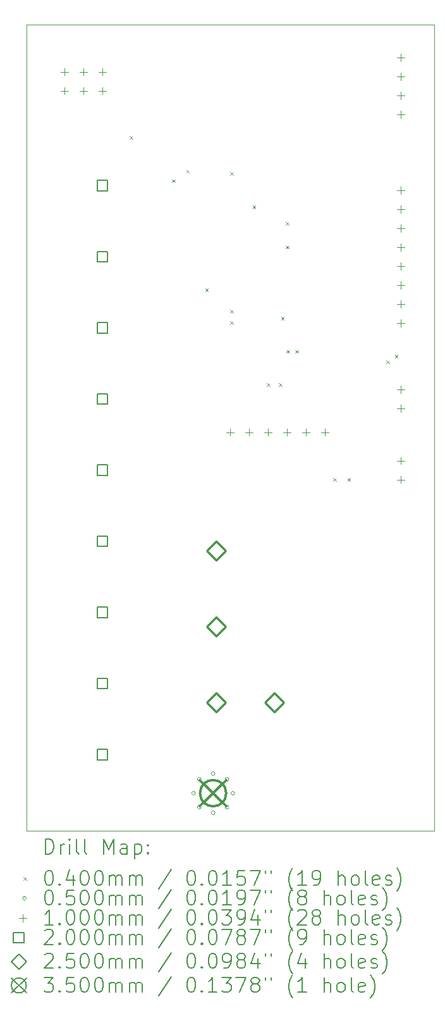
<source format=gbr>
%FSLAX45Y45*%
G04 Gerber Fmt 4.5, Leading zero omitted, Abs format (unit mm)*
G04 Created by KiCad (PCBNEW 6.0.1-79c1e3a40b~116~ubuntu21.04.1) date 2022-03-16 12:10:52*
%MOMM*%
%LPD*%
G01*
G04 APERTURE LIST*
%TA.AperFunction,Profile*%
%ADD10C,0.050000*%
%TD*%
%ADD11C,0.200000*%
%ADD12C,0.040000*%
%ADD13C,0.050000*%
%ADD14C,0.100000*%
%ADD15C,0.250000*%
%ADD16C,0.350000*%
G04 APERTURE END LIST*
D10*
X10922000Y-16256000D02*
X5461000Y-16256000D01*
X5461000Y-16256000D02*
X5461000Y-5461000D01*
X10922000Y-12573000D02*
X10922000Y-16256000D01*
X5461000Y-5461000D02*
X10922000Y-5461000D01*
X10922000Y-5461000D02*
X10922000Y-11049000D01*
X10922000Y-11049000D02*
X10922000Y-12573000D01*
D11*
D12*
X6841000Y-6958450D02*
X6881000Y-6998450D01*
X6881000Y-6958450D02*
X6841000Y-6998450D01*
X7409500Y-7536500D02*
X7449500Y-7576500D01*
X7449500Y-7536500D02*
X7409500Y-7576500D01*
X7600000Y-7409500D02*
X7640000Y-7449500D01*
X7640000Y-7409500D02*
X7600000Y-7449500D01*
X7854000Y-8997000D02*
X7894000Y-9037000D01*
X7894000Y-8997000D02*
X7854000Y-9037000D01*
X8191000Y-7436000D02*
X8231000Y-7476000D01*
X8231000Y-7436000D02*
X8191000Y-7476000D01*
X8191000Y-9286000D02*
X8231000Y-9326000D01*
X8231000Y-9286000D02*
X8191000Y-9326000D01*
X8191000Y-9436000D02*
X8231000Y-9476000D01*
X8231000Y-9436000D02*
X8191000Y-9476000D01*
X8491000Y-7886000D02*
X8531000Y-7926000D01*
X8531000Y-7886000D02*
X8491000Y-7926000D01*
X8679500Y-10267000D02*
X8719500Y-10307000D01*
X8719500Y-10267000D02*
X8679500Y-10307000D01*
X8844500Y-10267000D02*
X8884500Y-10307000D01*
X8884500Y-10267000D02*
X8844500Y-10307000D01*
X8870000Y-9378000D02*
X8910000Y-9418000D01*
X8910000Y-9378000D02*
X8870000Y-9418000D01*
X8933500Y-8108000D02*
X8973500Y-8148000D01*
X8973500Y-8108000D02*
X8933500Y-8148000D01*
X8933500Y-8425500D02*
X8973500Y-8465500D01*
X8973500Y-8425500D02*
X8933500Y-8465500D01*
X8942500Y-9822500D02*
X8982500Y-9862500D01*
X8982500Y-9822500D02*
X8942500Y-9862500D01*
X9060500Y-9822500D02*
X9100500Y-9862500D01*
X9100500Y-9822500D02*
X9060500Y-9862500D01*
X9568500Y-11537000D02*
X9608500Y-11577000D01*
X9608500Y-11537000D02*
X9568500Y-11577000D01*
X9759000Y-11537000D02*
X9799000Y-11577000D01*
X9799000Y-11537000D02*
X9759000Y-11577000D01*
X10278286Y-9960786D02*
X10318286Y-10000786D01*
X10318286Y-9960786D02*
X10278286Y-10000786D01*
X10394000Y-9886000D02*
X10434000Y-9926000D01*
X10434000Y-9886000D02*
X10394000Y-9926000D01*
D13*
X7723500Y-15756000D02*
G75*
G03*
X7723500Y-15756000I-25000J0D01*
G01*
X7800384Y-15570384D02*
G75*
G03*
X7800384Y-15570384I-25000J0D01*
G01*
X7800384Y-15941615D02*
G75*
G03*
X7800384Y-15941615I-25000J0D01*
G01*
X7986000Y-15493500D02*
G75*
G03*
X7986000Y-15493500I-25000J0D01*
G01*
X7986000Y-16018500D02*
G75*
G03*
X7986000Y-16018500I-25000J0D01*
G01*
X8171615Y-15570384D02*
G75*
G03*
X8171615Y-15570384I-25000J0D01*
G01*
X8171615Y-15941615D02*
G75*
G03*
X8171615Y-15941615I-25000J0D01*
G01*
X8248500Y-15756000D02*
G75*
G03*
X8248500Y-15756000I-25000J0D01*
G01*
D14*
X5969000Y-6046000D02*
X5969000Y-6146000D01*
X5919000Y-6096000D02*
X6019000Y-6096000D01*
X5969000Y-6300000D02*
X5969000Y-6400000D01*
X5919000Y-6350000D02*
X6019000Y-6350000D01*
X6223000Y-6046000D02*
X6223000Y-6146000D01*
X6173000Y-6096000D02*
X6273000Y-6096000D01*
X6223000Y-6300000D02*
X6223000Y-6400000D01*
X6173000Y-6350000D02*
X6273000Y-6350000D01*
X6477000Y-6046000D02*
X6477000Y-6146000D01*
X6427000Y-6096000D02*
X6527000Y-6096000D01*
X6477000Y-6300000D02*
X6477000Y-6400000D01*
X6427000Y-6350000D02*
X6527000Y-6350000D01*
X8191500Y-10872000D02*
X8191500Y-10972000D01*
X8141500Y-10922000D02*
X8241500Y-10922000D01*
X8445500Y-10872000D02*
X8445500Y-10972000D01*
X8395500Y-10922000D02*
X8495500Y-10922000D01*
X8699500Y-10872000D02*
X8699500Y-10972000D01*
X8649500Y-10922000D02*
X8749500Y-10922000D01*
X8953500Y-10872000D02*
X8953500Y-10972000D01*
X8903500Y-10922000D02*
X9003500Y-10922000D01*
X9207500Y-10872000D02*
X9207500Y-10972000D01*
X9157500Y-10922000D02*
X9257500Y-10922000D01*
X9461500Y-10872000D02*
X9461500Y-10972000D01*
X9411500Y-10922000D02*
X9511500Y-10922000D01*
X10477500Y-5855500D02*
X10477500Y-5955500D01*
X10427500Y-5905500D02*
X10527500Y-5905500D01*
X10477500Y-6109500D02*
X10477500Y-6209500D01*
X10427500Y-6159500D02*
X10527500Y-6159500D01*
X10477500Y-6363500D02*
X10477500Y-6463500D01*
X10427500Y-6413500D02*
X10527500Y-6413500D01*
X10477500Y-6617500D02*
X10477500Y-6717500D01*
X10427500Y-6667500D02*
X10527500Y-6667500D01*
X10477500Y-7633500D02*
X10477500Y-7733500D01*
X10427500Y-7683500D02*
X10527500Y-7683500D01*
X10477500Y-7887500D02*
X10477500Y-7987500D01*
X10427500Y-7937500D02*
X10527500Y-7937500D01*
X10477500Y-8141500D02*
X10477500Y-8241500D01*
X10427500Y-8191500D02*
X10527500Y-8191500D01*
X10477500Y-8395500D02*
X10477500Y-8495500D01*
X10427500Y-8445500D02*
X10527500Y-8445500D01*
X10477500Y-8649500D02*
X10477500Y-8749500D01*
X10427500Y-8699500D02*
X10527500Y-8699500D01*
X10477500Y-8903500D02*
X10477500Y-9003500D01*
X10427500Y-8953500D02*
X10527500Y-8953500D01*
X10477500Y-9157500D02*
X10477500Y-9257500D01*
X10427500Y-9207500D02*
X10527500Y-9207500D01*
X10477500Y-9411500D02*
X10477500Y-9511500D01*
X10427500Y-9461500D02*
X10527500Y-9461500D01*
X10477500Y-10300500D02*
X10477500Y-10400500D01*
X10427500Y-10350500D02*
X10527500Y-10350500D01*
X10477500Y-10554500D02*
X10477500Y-10654500D01*
X10427500Y-10604500D02*
X10527500Y-10604500D01*
X10477500Y-11253000D02*
X10477500Y-11353000D01*
X10427500Y-11303000D02*
X10527500Y-11303000D01*
X10477500Y-11507000D02*
X10477500Y-11607000D01*
X10427500Y-11557000D02*
X10527500Y-11557000D01*
D11*
X6547711Y-7690711D02*
X6547711Y-7549289D01*
X6406289Y-7549289D01*
X6406289Y-7690711D01*
X6547711Y-7690711D01*
X6547711Y-8643211D02*
X6547711Y-8501789D01*
X6406289Y-8501789D01*
X6406289Y-8643211D01*
X6547711Y-8643211D01*
X6547711Y-9595711D02*
X6547711Y-9454289D01*
X6406289Y-9454289D01*
X6406289Y-9595711D01*
X6547711Y-9595711D01*
X6547711Y-10548211D02*
X6547711Y-10406789D01*
X6406289Y-10406789D01*
X6406289Y-10548211D01*
X6547711Y-10548211D01*
X6547711Y-11500711D02*
X6547711Y-11359289D01*
X6406289Y-11359289D01*
X6406289Y-11500711D01*
X6547711Y-11500711D01*
X6547711Y-12453211D02*
X6547711Y-12311789D01*
X6406289Y-12311789D01*
X6406289Y-12453211D01*
X6547711Y-12453211D01*
X6547711Y-13405711D02*
X6547711Y-13264289D01*
X6406289Y-13264289D01*
X6406289Y-13405711D01*
X6547711Y-13405711D01*
X6547711Y-14358211D02*
X6547711Y-14216789D01*
X6406289Y-14216789D01*
X6406289Y-14358211D01*
X6547711Y-14358211D01*
X6547711Y-15310711D02*
X6547711Y-15169289D01*
X6406289Y-15169289D01*
X6406289Y-15310711D01*
X6547711Y-15310711D01*
D15*
X8001000Y-12634500D02*
X8126000Y-12509500D01*
X8001000Y-12384500D01*
X7876000Y-12509500D01*
X8001000Y-12634500D01*
X8001000Y-13650500D02*
X8126000Y-13525500D01*
X8001000Y-13400500D01*
X7876000Y-13525500D01*
X8001000Y-13650500D01*
X8001000Y-14666500D02*
X8126000Y-14541500D01*
X8001000Y-14416500D01*
X7876000Y-14541500D01*
X8001000Y-14666500D01*
X8781000Y-14666500D02*
X8906000Y-14541500D01*
X8781000Y-14416500D01*
X8656000Y-14541500D01*
X8781000Y-14666500D01*
D16*
X7786000Y-15581000D02*
X8136000Y-15931000D01*
X8136000Y-15581000D02*
X7786000Y-15931000D01*
X8136000Y-15756000D02*
G75*
G03*
X8136000Y-15756000I-175000J0D01*
G01*
D11*
X5716119Y-16568976D02*
X5716119Y-16368976D01*
X5763738Y-16368976D01*
X5792309Y-16378500D01*
X5811357Y-16397548D01*
X5820881Y-16416595D01*
X5830405Y-16454690D01*
X5830405Y-16483262D01*
X5820881Y-16521357D01*
X5811357Y-16540405D01*
X5792309Y-16559452D01*
X5763738Y-16568976D01*
X5716119Y-16568976D01*
X5916119Y-16568976D02*
X5916119Y-16435643D01*
X5916119Y-16473738D02*
X5925643Y-16454690D01*
X5935167Y-16445167D01*
X5954214Y-16435643D01*
X5973262Y-16435643D01*
X6039928Y-16568976D02*
X6039928Y-16435643D01*
X6039928Y-16368976D02*
X6030405Y-16378500D01*
X6039928Y-16388024D01*
X6049452Y-16378500D01*
X6039928Y-16368976D01*
X6039928Y-16388024D01*
X6163738Y-16568976D02*
X6144690Y-16559452D01*
X6135167Y-16540405D01*
X6135167Y-16368976D01*
X6268500Y-16568976D02*
X6249452Y-16559452D01*
X6239928Y-16540405D01*
X6239928Y-16368976D01*
X6497071Y-16568976D02*
X6497071Y-16368976D01*
X6563738Y-16511833D01*
X6630405Y-16368976D01*
X6630405Y-16568976D01*
X6811357Y-16568976D02*
X6811357Y-16464214D01*
X6801833Y-16445167D01*
X6782786Y-16435643D01*
X6744690Y-16435643D01*
X6725643Y-16445167D01*
X6811357Y-16559452D02*
X6792309Y-16568976D01*
X6744690Y-16568976D01*
X6725643Y-16559452D01*
X6716119Y-16540405D01*
X6716119Y-16521357D01*
X6725643Y-16502309D01*
X6744690Y-16492786D01*
X6792309Y-16492786D01*
X6811357Y-16483262D01*
X6906595Y-16435643D02*
X6906595Y-16635643D01*
X6906595Y-16445167D02*
X6925643Y-16435643D01*
X6963738Y-16435643D01*
X6982786Y-16445167D01*
X6992309Y-16454690D01*
X7001833Y-16473738D01*
X7001833Y-16530881D01*
X6992309Y-16549928D01*
X6982786Y-16559452D01*
X6963738Y-16568976D01*
X6925643Y-16568976D01*
X6906595Y-16559452D01*
X7087548Y-16549928D02*
X7097071Y-16559452D01*
X7087548Y-16568976D01*
X7078024Y-16559452D01*
X7087548Y-16549928D01*
X7087548Y-16568976D01*
X7087548Y-16445167D02*
X7097071Y-16454690D01*
X7087548Y-16464214D01*
X7078024Y-16454690D01*
X7087548Y-16445167D01*
X7087548Y-16464214D01*
D12*
X5418500Y-16878500D02*
X5458500Y-16918500D01*
X5458500Y-16878500D02*
X5418500Y-16918500D01*
D11*
X5754214Y-16788976D02*
X5773262Y-16788976D01*
X5792309Y-16798500D01*
X5801833Y-16808024D01*
X5811357Y-16827071D01*
X5820881Y-16865167D01*
X5820881Y-16912786D01*
X5811357Y-16950881D01*
X5801833Y-16969929D01*
X5792309Y-16979452D01*
X5773262Y-16988976D01*
X5754214Y-16988976D01*
X5735167Y-16979452D01*
X5725643Y-16969929D01*
X5716119Y-16950881D01*
X5706595Y-16912786D01*
X5706595Y-16865167D01*
X5716119Y-16827071D01*
X5725643Y-16808024D01*
X5735167Y-16798500D01*
X5754214Y-16788976D01*
X5906595Y-16969929D02*
X5916119Y-16979452D01*
X5906595Y-16988976D01*
X5897071Y-16979452D01*
X5906595Y-16969929D01*
X5906595Y-16988976D01*
X6087548Y-16855643D02*
X6087548Y-16988976D01*
X6039928Y-16779452D02*
X5992309Y-16922310D01*
X6116119Y-16922310D01*
X6230405Y-16788976D02*
X6249452Y-16788976D01*
X6268500Y-16798500D01*
X6278024Y-16808024D01*
X6287548Y-16827071D01*
X6297071Y-16865167D01*
X6297071Y-16912786D01*
X6287548Y-16950881D01*
X6278024Y-16969929D01*
X6268500Y-16979452D01*
X6249452Y-16988976D01*
X6230405Y-16988976D01*
X6211357Y-16979452D01*
X6201833Y-16969929D01*
X6192309Y-16950881D01*
X6182786Y-16912786D01*
X6182786Y-16865167D01*
X6192309Y-16827071D01*
X6201833Y-16808024D01*
X6211357Y-16798500D01*
X6230405Y-16788976D01*
X6420881Y-16788976D02*
X6439928Y-16788976D01*
X6458976Y-16798500D01*
X6468500Y-16808024D01*
X6478024Y-16827071D01*
X6487548Y-16865167D01*
X6487548Y-16912786D01*
X6478024Y-16950881D01*
X6468500Y-16969929D01*
X6458976Y-16979452D01*
X6439928Y-16988976D01*
X6420881Y-16988976D01*
X6401833Y-16979452D01*
X6392309Y-16969929D01*
X6382786Y-16950881D01*
X6373262Y-16912786D01*
X6373262Y-16865167D01*
X6382786Y-16827071D01*
X6392309Y-16808024D01*
X6401833Y-16798500D01*
X6420881Y-16788976D01*
X6573262Y-16988976D02*
X6573262Y-16855643D01*
X6573262Y-16874690D02*
X6582786Y-16865167D01*
X6601833Y-16855643D01*
X6630405Y-16855643D01*
X6649452Y-16865167D01*
X6658976Y-16884214D01*
X6658976Y-16988976D01*
X6658976Y-16884214D02*
X6668500Y-16865167D01*
X6687548Y-16855643D01*
X6716119Y-16855643D01*
X6735167Y-16865167D01*
X6744690Y-16884214D01*
X6744690Y-16988976D01*
X6839928Y-16988976D02*
X6839928Y-16855643D01*
X6839928Y-16874690D02*
X6849452Y-16865167D01*
X6868500Y-16855643D01*
X6897071Y-16855643D01*
X6916119Y-16865167D01*
X6925643Y-16884214D01*
X6925643Y-16988976D01*
X6925643Y-16884214D02*
X6935167Y-16865167D01*
X6954214Y-16855643D01*
X6982786Y-16855643D01*
X7001833Y-16865167D01*
X7011357Y-16884214D01*
X7011357Y-16988976D01*
X7401833Y-16779452D02*
X7230405Y-17036595D01*
X7658976Y-16788976D02*
X7678024Y-16788976D01*
X7697071Y-16798500D01*
X7706595Y-16808024D01*
X7716119Y-16827071D01*
X7725643Y-16865167D01*
X7725643Y-16912786D01*
X7716119Y-16950881D01*
X7706595Y-16969929D01*
X7697071Y-16979452D01*
X7678024Y-16988976D01*
X7658976Y-16988976D01*
X7639928Y-16979452D01*
X7630405Y-16969929D01*
X7620881Y-16950881D01*
X7611357Y-16912786D01*
X7611357Y-16865167D01*
X7620881Y-16827071D01*
X7630405Y-16808024D01*
X7639928Y-16798500D01*
X7658976Y-16788976D01*
X7811357Y-16969929D02*
X7820881Y-16979452D01*
X7811357Y-16988976D01*
X7801833Y-16979452D01*
X7811357Y-16969929D01*
X7811357Y-16988976D01*
X7944690Y-16788976D02*
X7963738Y-16788976D01*
X7982786Y-16798500D01*
X7992309Y-16808024D01*
X8001833Y-16827071D01*
X8011357Y-16865167D01*
X8011357Y-16912786D01*
X8001833Y-16950881D01*
X7992309Y-16969929D01*
X7982786Y-16979452D01*
X7963738Y-16988976D01*
X7944690Y-16988976D01*
X7925643Y-16979452D01*
X7916119Y-16969929D01*
X7906595Y-16950881D01*
X7897071Y-16912786D01*
X7897071Y-16865167D01*
X7906595Y-16827071D01*
X7916119Y-16808024D01*
X7925643Y-16798500D01*
X7944690Y-16788976D01*
X8201833Y-16988976D02*
X8087548Y-16988976D01*
X8144690Y-16988976D02*
X8144690Y-16788976D01*
X8125643Y-16817548D01*
X8106595Y-16836595D01*
X8087548Y-16846119D01*
X8382786Y-16788976D02*
X8287548Y-16788976D01*
X8278024Y-16884214D01*
X8287548Y-16874690D01*
X8306595Y-16865167D01*
X8354214Y-16865167D01*
X8373262Y-16874690D01*
X8382786Y-16884214D01*
X8392310Y-16903262D01*
X8392310Y-16950881D01*
X8382786Y-16969929D01*
X8373262Y-16979452D01*
X8354214Y-16988976D01*
X8306595Y-16988976D01*
X8287548Y-16979452D01*
X8278024Y-16969929D01*
X8458976Y-16788976D02*
X8592310Y-16788976D01*
X8506595Y-16988976D01*
X8658976Y-16788976D02*
X8658976Y-16827071D01*
X8735167Y-16788976D02*
X8735167Y-16827071D01*
X9030405Y-17065167D02*
X9020881Y-17055643D01*
X9001833Y-17027071D01*
X8992310Y-17008024D01*
X8982786Y-16979452D01*
X8973262Y-16931833D01*
X8973262Y-16893738D01*
X8982786Y-16846119D01*
X8992310Y-16817548D01*
X9001833Y-16798500D01*
X9020881Y-16769928D01*
X9030405Y-16760405D01*
X9211357Y-16988976D02*
X9097071Y-16988976D01*
X9154214Y-16988976D02*
X9154214Y-16788976D01*
X9135167Y-16817548D01*
X9116119Y-16836595D01*
X9097071Y-16846119D01*
X9306595Y-16988976D02*
X9344690Y-16988976D01*
X9363738Y-16979452D01*
X9373262Y-16969929D01*
X9392310Y-16941357D01*
X9401833Y-16903262D01*
X9401833Y-16827071D01*
X9392310Y-16808024D01*
X9382786Y-16798500D01*
X9363738Y-16788976D01*
X9325643Y-16788976D01*
X9306595Y-16798500D01*
X9297071Y-16808024D01*
X9287548Y-16827071D01*
X9287548Y-16874690D01*
X9297071Y-16893738D01*
X9306595Y-16903262D01*
X9325643Y-16912786D01*
X9363738Y-16912786D01*
X9382786Y-16903262D01*
X9392310Y-16893738D01*
X9401833Y-16874690D01*
X9639929Y-16988976D02*
X9639929Y-16788976D01*
X9725643Y-16988976D02*
X9725643Y-16884214D01*
X9716119Y-16865167D01*
X9697071Y-16855643D01*
X9668500Y-16855643D01*
X9649452Y-16865167D01*
X9639929Y-16874690D01*
X9849452Y-16988976D02*
X9830405Y-16979452D01*
X9820881Y-16969929D01*
X9811357Y-16950881D01*
X9811357Y-16893738D01*
X9820881Y-16874690D01*
X9830405Y-16865167D01*
X9849452Y-16855643D01*
X9878024Y-16855643D01*
X9897071Y-16865167D01*
X9906595Y-16874690D01*
X9916119Y-16893738D01*
X9916119Y-16950881D01*
X9906595Y-16969929D01*
X9897071Y-16979452D01*
X9878024Y-16988976D01*
X9849452Y-16988976D01*
X10030405Y-16988976D02*
X10011357Y-16979452D01*
X10001833Y-16960405D01*
X10001833Y-16788976D01*
X10182786Y-16979452D02*
X10163738Y-16988976D01*
X10125643Y-16988976D01*
X10106595Y-16979452D01*
X10097071Y-16960405D01*
X10097071Y-16884214D01*
X10106595Y-16865167D01*
X10125643Y-16855643D01*
X10163738Y-16855643D01*
X10182786Y-16865167D01*
X10192310Y-16884214D01*
X10192310Y-16903262D01*
X10097071Y-16922310D01*
X10268500Y-16979452D02*
X10287548Y-16988976D01*
X10325643Y-16988976D01*
X10344690Y-16979452D01*
X10354214Y-16960405D01*
X10354214Y-16950881D01*
X10344690Y-16931833D01*
X10325643Y-16922310D01*
X10297071Y-16922310D01*
X10278024Y-16912786D01*
X10268500Y-16893738D01*
X10268500Y-16884214D01*
X10278024Y-16865167D01*
X10297071Y-16855643D01*
X10325643Y-16855643D01*
X10344690Y-16865167D01*
X10420881Y-17065167D02*
X10430405Y-17055643D01*
X10449452Y-17027071D01*
X10458976Y-17008024D01*
X10468500Y-16979452D01*
X10478024Y-16931833D01*
X10478024Y-16893738D01*
X10468500Y-16846119D01*
X10458976Y-16817548D01*
X10449452Y-16798500D01*
X10430405Y-16769928D01*
X10420881Y-16760405D01*
D13*
X5458500Y-17162500D02*
G75*
G03*
X5458500Y-17162500I-25000J0D01*
G01*
D11*
X5754214Y-17052976D02*
X5773262Y-17052976D01*
X5792309Y-17062500D01*
X5801833Y-17072024D01*
X5811357Y-17091071D01*
X5820881Y-17129167D01*
X5820881Y-17176786D01*
X5811357Y-17214881D01*
X5801833Y-17233929D01*
X5792309Y-17243452D01*
X5773262Y-17252976D01*
X5754214Y-17252976D01*
X5735167Y-17243452D01*
X5725643Y-17233929D01*
X5716119Y-17214881D01*
X5706595Y-17176786D01*
X5706595Y-17129167D01*
X5716119Y-17091071D01*
X5725643Y-17072024D01*
X5735167Y-17062500D01*
X5754214Y-17052976D01*
X5906595Y-17233929D02*
X5916119Y-17243452D01*
X5906595Y-17252976D01*
X5897071Y-17243452D01*
X5906595Y-17233929D01*
X5906595Y-17252976D01*
X6097071Y-17052976D02*
X6001833Y-17052976D01*
X5992309Y-17148214D01*
X6001833Y-17138690D01*
X6020881Y-17129167D01*
X6068500Y-17129167D01*
X6087548Y-17138690D01*
X6097071Y-17148214D01*
X6106595Y-17167262D01*
X6106595Y-17214881D01*
X6097071Y-17233929D01*
X6087548Y-17243452D01*
X6068500Y-17252976D01*
X6020881Y-17252976D01*
X6001833Y-17243452D01*
X5992309Y-17233929D01*
X6230405Y-17052976D02*
X6249452Y-17052976D01*
X6268500Y-17062500D01*
X6278024Y-17072024D01*
X6287548Y-17091071D01*
X6297071Y-17129167D01*
X6297071Y-17176786D01*
X6287548Y-17214881D01*
X6278024Y-17233929D01*
X6268500Y-17243452D01*
X6249452Y-17252976D01*
X6230405Y-17252976D01*
X6211357Y-17243452D01*
X6201833Y-17233929D01*
X6192309Y-17214881D01*
X6182786Y-17176786D01*
X6182786Y-17129167D01*
X6192309Y-17091071D01*
X6201833Y-17072024D01*
X6211357Y-17062500D01*
X6230405Y-17052976D01*
X6420881Y-17052976D02*
X6439928Y-17052976D01*
X6458976Y-17062500D01*
X6468500Y-17072024D01*
X6478024Y-17091071D01*
X6487548Y-17129167D01*
X6487548Y-17176786D01*
X6478024Y-17214881D01*
X6468500Y-17233929D01*
X6458976Y-17243452D01*
X6439928Y-17252976D01*
X6420881Y-17252976D01*
X6401833Y-17243452D01*
X6392309Y-17233929D01*
X6382786Y-17214881D01*
X6373262Y-17176786D01*
X6373262Y-17129167D01*
X6382786Y-17091071D01*
X6392309Y-17072024D01*
X6401833Y-17062500D01*
X6420881Y-17052976D01*
X6573262Y-17252976D02*
X6573262Y-17119643D01*
X6573262Y-17138690D02*
X6582786Y-17129167D01*
X6601833Y-17119643D01*
X6630405Y-17119643D01*
X6649452Y-17129167D01*
X6658976Y-17148214D01*
X6658976Y-17252976D01*
X6658976Y-17148214D02*
X6668500Y-17129167D01*
X6687548Y-17119643D01*
X6716119Y-17119643D01*
X6735167Y-17129167D01*
X6744690Y-17148214D01*
X6744690Y-17252976D01*
X6839928Y-17252976D02*
X6839928Y-17119643D01*
X6839928Y-17138690D02*
X6849452Y-17129167D01*
X6868500Y-17119643D01*
X6897071Y-17119643D01*
X6916119Y-17129167D01*
X6925643Y-17148214D01*
X6925643Y-17252976D01*
X6925643Y-17148214D02*
X6935167Y-17129167D01*
X6954214Y-17119643D01*
X6982786Y-17119643D01*
X7001833Y-17129167D01*
X7011357Y-17148214D01*
X7011357Y-17252976D01*
X7401833Y-17043452D02*
X7230405Y-17300595D01*
X7658976Y-17052976D02*
X7678024Y-17052976D01*
X7697071Y-17062500D01*
X7706595Y-17072024D01*
X7716119Y-17091071D01*
X7725643Y-17129167D01*
X7725643Y-17176786D01*
X7716119Y-17214881D01*
X7706595Y-17233929D01*
X7697071Y-17243452D01*
X7678024Y-17252976D01*
X7658976Y-17252976D01*
X7639928Y-17243452D01*
X7630405Y-17233929D01*
X7620881Y-17214881D01*
X7611357Y-17176786D01*
X7611357Y-17129167D01*
X7620881Y-17091071D01*
X7630405Y-17072024D01*
X7639928Y-17062500D01*
X7658976Y-17052976D01*
X7811357Y-17233929D02*
X7820881Y-17243452D01*
X7811357Y-17252976D01*
X7801833Y-17243452D01*
X7811357Y-17233929D01*
X7811357Y-17252976D01*
X7944690Y-17052976D02*
X7963738Y-17052976D01*
X7982786Y-17062500D01*
X7992309Y-17072024D01*
X8001833Y-17091071D01*
X8011357Y-17129167D01*
X8011357Y-17176786D01*
X8001833Y-17214881D01*
X7992309Y-17233929D01*
X7982786Y-17243452D01*
X7963738Y-17252976D01*
X7944690Y-17252976D01*
X7925643Y-17243452D01*
X7916119Y-17233929D01*
X7906595Y-17214881D01*
X7897071Y-17176786D01*
X7897071Y-17129167D01*
X7906595Y-17091071D01*
X7916119Y-17072024D01*
X7925643Y-17062500D01*
X7944690Y-17052976D01*
X8201833Y-17252976D02*
X8087548Y-17252976D01*
X8144690Y-17252976D02*
X8144690Y-17052976D01*
X8125643Y-17081548D01*
X8106595Y-17100595D01*
X8087548Y-17110119D01*
X8297071Y-17252976D02*
X8335167Y-17252976D01*
X8354214Y-17243452D01*
X8363738Y-17233929D01*
X8382786Y-17205357D01*
X8392310Y-17167262D01*
X8392310Y-17091071D01*
X8382786Y-17072024D01*
X8373262Y-17062500D01*
X8354214Y-17052976D01*
X8316119Y-17052976D01*
X8297071Y-17062500D01*
X8287548Y-17072024D01*
X8278024Y-17091071D01*
X8278024Y-17138690D01*
X8287548Y-17157738D01*
X8297071Y-17167262D01*
X8316119Y-17176786D01*
X8354214Y-17176786D01*
X8373262Y-17167262D01*
X8382786Y-17157738D01*
X8392310Y-17138690D01*
X8458976Y-17052976D02*
X8592310Y-17052976D01*
X8506595Y-17252976D01*
X8658976Y-17052976D02*
X8658976Y-17091071D01*
X8735167Y-17052976D02*
X8735167Y-17091071D01*
X9030405Y-17329167D02*
X9020881Y-17319643D01*
X9001833Y-17291071D01*
X8992310Y-17272024D01*
X8982786Y-17243452D01*
X8973262Y-17195833D01*
X8973262Y-17157738D01*
X8982786Y-17110119D01*
X8992310Y-17081548D01*
X9001833Y-17062500D01*
X9020881Y-17033929D01*
X9030405Y-17024405D01*
X9135167Y-17138690D02*
X9116119Y-17129167D01*
X9106595Y-17119643D01*
X9097071Y-17100595D01*
X9097071Y-17091071D01*
X9106595Y-17072024D01*
X9116119Y-17062500D01*
X9135167Y-17052976D01*
X9173262Y-17052976D01*
X9192310Y-17062500D01*
X9201833Y-17072024D01*
X9211357Y-17091071D01*
X9211357Y-17100595D01*
X9201833Y-17119643D01*
X9192310Y-17129167D01*
X9173262Y-17138690D01*
X9135167Y-17138690D01*
X9116119Y-17148214D01*
X9106595Y-17157738D01*
X9097071Y-17176786D01*
X9097071Y-17214881D01*
X9106595Y-17233929D01*
X9116119Y-17243452D01*
X9135167Y-17252976D01*
X9173262Y-17252976D01*
X9192310Y-17243452D01*
X9201833Y-17233929D01*
X9211357Y-17214881D01*
X9211357Y-17176786D01*
X9201833Y-17157738D01*
X9192310Y-17148214D01*
X9173262Y-17138690D01*
X9449452Y-17252976D02*
X9449452Y-17052976D01*
X9535167Y-17252976D02*
X9535167Y-17148214D01*
X9525643Y-17129167D01*
X9506595Y-17119643D01*
X9478024Y-17119643D01*
X9458976Y-17129167D01*
X9449452Y-17138690D01*
X9658976Y-17252976D02*
X9639929Y-17243452D01*
X9630405Y-17233929D01*
X9620881Y-17214881D01*
X9620881Y-17157738D01*
X9630405Y-17138690D01*
X9639929Y-17129167D01*
X9658976Y-17119643D01*
X9687548Y-17119643D01*
X9706595Y-17129167D01*
X9716119Y-17138690D01*
X9725643Y-17157738D01*
X9725643Y-17214881D01*
X9716119Y-17233929D01*
X9706595Y-17243452D01*
X9687548Y-17252976D01*
X9658976Y-17252976D01*
X9839929Y-17252976D02*
X9820881Y-17243452D01*
X9811357Y-17224405D01*
X9811357Y-17052976D01*
X9992310Y-17243452D02*
X9973262Y-17252976D01*
X9935167Y-17252976D01*
X9916119Y-17243452D01*
X9906595Y-17224405D01*
X9906595Y-17148214D01*
X9916119Y-17129167D01*
X9935167Y-17119643D01*
X9973262Y-17119643D01*
X9992310Y-17129167D01*
X10001833Y-17148214D01*
X10001833Y-17167262D01*
X9906595Y-17186310D01*
X10078024Y-17243452D02*
X10097071Y-17252976D01*
X10135167Y-17252976D01*
X10154214Y-17243452D01*
X10163738Y-17224405D01*
X10163738Y-17214881D01*
X10154214Y-17195833D01*
X10135167Y-17186310D01*
X10106595Y-17186310D01*
X10087548Y-17176786D01*
X10078024Y-17157738D01*
X10078024Y-17148214D01*
X10087548Y-17129167D01*
X10106595Y-17119643D01*
X10135167Y-17119643D01*
X10154214Y-17129167D01*
X10230405Y-17329167D02*
X10239929Y-17319643D01*
X10258976Y-17291071D01*
X10268500Y-17272024D01*
X10278024Y-17243452D01*
X10287548Y-17195833D01*
X10287548Y-17157738D01*
X10278024Y-17110119D01*
X10268500Y-17081548D01*
X10258976Y-17062500D01*
X10239929Y-17033929D01*
X10230405Y-17024405D01*
D14*
X5408500Y-17376500D02*
X5408500Y-17476500D01*
X5358500Y-17426500D02*
X5458500Y-17426500D01*
D11*
X5820881Y-17516976D02*
X5706595Y-17516976D01*
X5763738Y-17516976D02*
X5763738Y-17316976D01*
X5744690Y-17345548D01*
X5725643Y-17364595D01*
X5706595Y-17374119D01*
X5906595Y-17497929D02*
X5916119Y-17507452D01*
X5906595Y-17516976D01*
X5897071Y-17507452D01*
X5906595Y-17497929D01*
X5906595Y-17516976D01*
X6039928Y-17316976D02*
X6058976Y-17316976D01*
X6078024Y-17326500D01*
X6087548Y-17336024D01*
X6097071Y-17355071D01*
X6106595Y-17393167D01*
X6106595Y-17440786D01*
X6097071Y-17478881D01*
X6087548Y-17497929D01*
X6078024Y-17507452D01*
X6058976Y-17516976D01*
X6039928Y-17516976D01*
X6020881Y-17507452D01*
X6011357Y-17497929D01*
X6001833Y-17478881D01*
X5992309Y-17440786D01*
X5992309Y-17393167D01*
X6001833Y-17355071D01*
X6011357Y-17336024D01*
X6020881Y-17326500D01*
X6039928Y-17316976D01*
X6230405Y-17316976D02*
X6249452Y-17316976D01*
X6268500Y-17326500D01*
X6278024Y-17336024D01*
X6287548Y-17355071D01*
X6297071Y-17393167D01*
X6297071Y-17440786D01*
X6287548Y-17478881D01*
X6278024Y-17497929D01*
X6268500Y-17507452D01*
X6249452Y-17516976D01*
X6230405Y-17516976D01*
X6211357Y-17507452D01*
X6201833Y-17497929D01*
X6192309Y-17478881D01*
X6182786Y-17440786D01*
X6182786Y-17393167D01*
X6192309Y-17355071D01*
X6201833Y-17336024D01*
X6211357Y-17326500D01*
X6230405Y-17316976D01*
X6420881Y-17316976D02*
X6439928Y-17316976D01*
X6458976Y-17326500D01*
X6468500Y-17336024D01*
X6478024Y-17355071D01*
X6487548Y-17393167D01*
X6487548Y-17440786D01*
X6478024Y-17478881D01*
X6468500Y-17497929D01*
X6458976Y-17507452D01*
X6439928Y-17516976D01*
X6420881Y-17516976D01*
X6401833Y-17507452D01*
X6392309Y-17497929D01*
X6382786Y-17478881D01*
X6373262Y-17440786D01*
X6373262Y-17393167D01*
X6382786Y-17355071D01*
X6392309Y-17336024D01*
X6401833Y-17326500D01*
X6420881Y-17316976D01*
X6573262Y-17516976D02*
X6573262Y-17383643D01*
X6573262Y-17402690D02*
X6582786Y-17393167D01*
X6601833Y-17383643D01*
X6630405Y-17383643D01*
X6649452Y-17393167D01*
X6658976Y-17412214D01*
X6658976Y-17516976D01*
X6658976Y-17412214D02*
X6668500Y-17393167D01*
X6687548Y-17383643D01*
X6716119Y-17383643D01*
X6735167Y-17393167D01*
X6744690Y-17412214D01*
X6744690Y-17516976D01*
X6839928Y-17516976D02*
X6839928Y-17383643D01*
X6839928Y-17402690D02*
X6849452Y-17393167D01*
X6868500Y-17383643D01*
X6897071Y-17383643D01*
X6916119Y-17393167D01*
X6925643Y-17412214D01*
X6925643Y-17516976D01*
X6925643Y-17412214D02*
X6935167Y-17393167D01*
X6954214Y-17383643D01*
X6982786Y-17383643D01*
X7001833Y-17393167D01*
X7011357Y-17412214D01*
X7011357Y-17516976D01*
X7401833Y-17307452D02*
X7230405Y-17564595D01*
X7658976Y-17316976D02*
X7678024Y-17316976D01*
X7697071Y-17326500D01*
X7706595Y-17336024D01*
X7716119Y-17355071D01*
X7725643Y-17393167D01*
X7725643Y-17440786D01*
X7716119Y-17478881D01*
X7706595Y-17497929D01*
X7697071Y-17507452D01*
X7678024Y-17516976D01*
X7658976Y-17516976D01*
X7639928Y-17507452D01*
X7630405Y-17497929D01*
X7620881Y-17478881D01*
X7611357Y-17440786D01*
X7611357Y-17393167D01*
X7620881Y-17355071D01*
X7630405Y-17336024D01*
X7639928Y-17326500D01*
X7658976Y-17316976D01*
X7811357Y-17497929D02*
X7820881Y-17507452D01*
X7811357Y-17516976D01*
X7801833Y-17507452D01*
X7811357Y-17497929D01*
X7811357Y-17516976D01*
X7944690Y-17316976D02*
X7963738Y-17316976D01*
X7982786Y-17326500D01*
X7992309Y-17336024D01*
X8001833Y-17355071D01*
X8011357Y-17393167D01*
X8011357Y-17440786D01*
X8001833Y-17478881D01*
X7992309Y-17497929D01*
X7982786Y-17507452D01*
X7963738Y-17516976D01*
X7944690Y-17516976D01*
X7925643Y-17507452D01*
X7916119Y-17497929D01*
X7906595Y-17478881D01*
X7897071Y-17440786D01*
X7897071Y-17393167D01*
X7906595Y-17355071D01*
X7916119Y-17336024D01*
X7925643Y-17326500D01*
X7944690Y-17316976D01*
X8078024Y-17316976D02*
X8201833Y-17316976D01*
X8135167Y-17393167D01*
X8163738Y-17393167D01*
X8182786Y-17402690D01*
X8192309Y-17412214D01*
X8201833Y-17431262D01*
X8201833Y-17478881D01*
X8192309Y-17497929D01*
X8182786Y-17507452D01*
X8163738Y-17516976D01*
X8106595Y-17516976D01*
X8087548Y-17507452D01*
X8078024Y-17497929D01*
X8297071Y-17516976D02*
X8335167Y-17516976D01*
X8354214Y-17507452D01*
X8363738Y-17497929D01*
X8382786Y-17469357D01*
X8392310Y-17431262D01*
X8392310Y-17355071D01*
X8382786Y-17336024D01*
X8373262Y-17326500D01*
X8354214Y-17316976D01*
X8316119Y-17316976D01*
X8297071Y-17326500D01*
X8287548Y-17336024D01*
X8278024Y-17355071D01*
X8278024Y-17402690D01*
X8287548Y-17421738D01*
X8297071Y-17431262D01*
X8316119Y-17440786D01*
X8354214Y-17440786D01*
X8373262Y-17431262D01*
X8382786Y-17421738D01*
X8392310Y-17402690D01*
X8563738Y-17383643D02*
X8563738Y-17516976D01*
X8516119Y-17307452D02*
X8468500Y-17450310D01*
X8592310Y-17450310D01*
X8658976Y-17316976D02*
X8658976Y-17355071D01*
X8735167Y-17316976D02*
X8735167Y-17355071D01*
X9030405Y-17593167D02*
X9020881Y-17583643D01*
X9001833Y-17555071D01*
X8992310Y-17536024D01*
X8982786Y-17507452D01*
X8973262Y-17459833D01*
X8973262Y-17421738D01*
X8982786Y-17374119D01*
X8992310Y-17345548D01*
X9001833Y-17326500D01*
X9020881Y-17297929D01*
X9030405Y-17288405D01*
X9097071Y-17336024D02*
X9106595Y-17326500D01*
X9125643Y-17316976D01*
X9173262Y-17316976D01*
X9192310Y-17326500D01*
X9201833Y-17336024D01*
X9211357Y-17355071D01*
X9211357Y-17374119D01*
X9201833Y-17402690D01*
X9087548Y-17516976D01*
X9211357Y-17516976D01*
X9325643Y-17402690D02*
X9306595Y-17393167D01*
X9297071Y-17383643D01*
X9287548Y-17364595D01*
X9287548Y-17355071D01*
X9297071Y-17336024D01*
X9306595Y-17326500D01*
X9325643Y-17316976D01*
X9363738Y-17316976D01*
X9382786Y-17326500D01*
X9392310Y-17336024D01*
X9401833Y-17355071D01*
X9401833Y-17364595D01*
X9392310Y-17383643D01*
X9382786Y-17393167D01*
X9363738Y-17402690D01*
X9325643Y-17402690D01*
X9306595Y-17412214D01*
X9297071Y-17421738D01*
X9287548Y-17440786D01*
X9287548Y-17478881D01*
X9297071Y-17497929D01*
X9306595Y-17507452D01*
X9325643Y-17516976D01*
X9363738Y-17516976D01*
X9382786Y-17507452D01*
X9392310Y-17497929D01*
X9401833Y-17478881D01*
X9401833Y-17440786D01*
X9392310Y-17421738D01*
X9382786Y-17412214D01*
X9363738Y-17402690D01*
X9639929Y-17516976D02*
X9639929Y-17316976D01*
X9725643Y-17516976D02*
X9725643Y-17412214D01*
X9716119Y-17393167D01*
X9697071Y-17383643D01*
X9668500Y-17383643D01*
X9649452Y-17393167D01*
X9639929Y-17402690D01*
X9849452Y-17516976D02*
X9830405Y-17507452D01*
X9820881Y-17497929D01*
X9811357Y-17478881D01*
X9811357Y-17421738D01*
X9820881Y-17402690D01*
X9830405Y-17393167D01*
X9849452Y-17383643D01*
X9878024Y-17383643D01*
X9897071Y-17393167D01*
X9906595Y-17402690D01*
X9916119Y-17421738D01*
X9916119Y-17478881D01*
X9906595Y-17497929D01*
X9897071Y-17507452D01*
X9878024Y-17516976D01*
X9849452Y-17516976D01*
X10030405Y-17516976D02*
X10011357Y-17507452D01*
X10001833Y-17488405D01*
X10001833Y-17316976D01*
X10182786Y-17507452D02*
X10163738Y-17516976D01*
X10125643Y-17516976D01*
X10106595Y-17507452D01*
X10097071Y-17488405D01*
X10097071Y-17412214D01*
X10106595Y-17393167D01*
X10125643Y-17383643D01*
X10163738Y-17383643D01*
X10182786Y-17393167D01*
X10192310Y-17412214D01*
X10192310Y-17431262D01*
X10097071Y-17450310D01*
X10268500Y-17507452D02*
X10287548Y-17516976D01*
X10325643Y-17516976D01*
X10344690Y-17507452D01*
X10354214Y-17488405D01*
X10354214Y-17478881D01*
X10344690Y-17459833D01*
X10325643Y-17450310D01*
X10297071Y-17450310D01*
X10278024Y-17440786D01*
X10268500Y-17421738D01*
X10268500Y-17412214D01*
X10278024Y-17393167D01*
X10297071Y-17383643D01*
X10325643Y-17383643D01*
X10344690Y-17393167D01*
X10420881Y-17593167D02*
X10430405Y-17583643D01*
X10449452Y-17555071D01*
X10458976Y-17536024D01*
X10468500Y-17507452D01*
X10478024Y-17459833D01*
X10478024Y-17421738D01*
X10468500Y-17374119D01*
X10458976Y-17345548D01*
X10449452Y-17326500D01*
X10430405Y-17297929D01*
X10420881Y-17288405D01*
X5429211Y-17761211D02*
X5429211Y-17619789D01*
X5287789Y-17619789D01*
X5287789Y-17761211D01*
X5429211Y-17761211D01*
X5706595Y-17600024D02*
X5716119Y-17590500D01*
X5735167Y-17580976D01*
X5782786Y-17580976D01*
X5801833Y-17590500D01*
X5811357Y-17600024D01*
X5820881Y-17619071D01*
X5820881Y-17638119D01*
X5811357Y-17666690D01*
X5697071Y-17780976D01*
X5820881Y-17780976D01*
X5906595Y-17761929D02*
X5916119Y-17771452D01*
X5906595Y-17780976D01*
X5897071Y-17771452D01*
X5906595Y-17761929D01*
X5906595Y-17780976D01*
X6039928Y-17580976D02*
X6058976Y-17580976D01*
X6078024Y-17590500D01*
X6087548Y-17600024D01*
X6097071Y-17619071D01*
X6106595Y-17657167D01*
X6106595Y-17704786D01*
X6097071Y-17742881D01*
X6087548Y-17761929D01*
X6078024Y-17771452D01*
X6058976Y-17780976D01*
X6039928Y-17780976D01*
X6020881Y-17771452D01*
X6011357Y-17761929D01*
X6001833Y-17742881D01*
X5992309Y-17704786D01*
X5992309Y-17657167D01*
X6001833Y-17619071D01*
X6011357Y-17600024D01*
X6020881Y-17590500D01*
X6039928Y-17580976D01*
X6230405Y-17580976D02*
X6249452Y-17580976D01*
X6268500Y-17590500D01*
X6278024Y-17600024D01*
X6287548Y-17619071D01*
X6297071Y-17657167D01*
X6297071Y-17704786D01*
X6287548Y-17742881D01*
X6278024Y-17761929D01*
X6268500Y-17771452D01*
X6249452Y-17780976D01*
X6230405Y-17780976D01*
X6211357Y-17771452D01*
X6201833Y-17761929D01*
X6192309Y-17742881D01*
X6182786Y-17704786D01*
X6182786Y-17657167D01*
X6192309Y-17619071D01*
X6201833Y-17600024D01*
X6211357Y-17590500D01*
X6230405Y-17580976D01*
X6420881Y-17580976D02*
X6439928Y-17580976D01*
X6458976Y-17590500D01*
X6468500Y-17600024D01*
X6478024Y-17619071D01*
X6487548Y-17657167D01*
X6487548Y-17704786D01*
X6478024Y-17742881D01*
X6468500Y-17761929D01*
X6458976Y-17771452D01*
X6439928Y-17780976D01*
X6420881Y-17780976D01*
X6401833Y-17771452D01*
X6392309Y-17761929D01*
X6382786Y-17742881D01*
X6373262Y-17704786D01*
X6373262Y-17657167D01*
X6382786Y-17619071D01*
X6392309Y-17600024D01*
X6401833Y-17590500D01*
X6420881Y-17580976D01*
X6573262Y-17780976D02*
X6573262Y-17647643D01*
X6573262Y-17666690D02*
X6582786Y-17657167D01*
X6601833Y-17647643D01*
X6630405Y-17647643D01*
X6649452Y-17657167D01*
X6658976Y-17676214D01*
X6658976Y-17780976D01*
X6658976Y-17676214D02*
X6668500Y-17657167D01*
X6687548Y-17647643D01*
X6716119Y-17647643D01*
X6735167Y-17657167D01*
X6744690Y-17676214D01*
X6744690Y-17780976D01*
X6839928Y-17780976D02*
X6839928Y-17647643D01*
X6839928Y-17666690D02*
X6849452Y-17657167D01*
X6868500Y-17647643D01*
X6897071Y-17647643D01*
X6916119Y-17657167D01*
X6925643Y-17676214D01*
X6925643Y-17780976D01*
X6925643Y-17676214D02*
X6935167Y-17657167D01*
X6954214Y-17647643D01*
X6982786Y-17647643D01*
X7001833Y-17657167D01*
X7011357Y-17676214D01*
X7011357Y-17780976D01*
X7401833Y-17571452D02*
X7230405Y-17828595D01*
X7658976Y-17580976D02*
X7678024Y-17580976D01*
X7697071Y-17590500D01*
X7706595Y-17600024D01*
X7716119Y-17619071D01*
X7725643Y-17657167D01*
X7725643Y-17704786D01*
X7716119Y-17742881D01*
X7706595Y-17761929D01*
X7697071Y-17771452D01*
X7678024Y-17780976D01*
X7658976Y-17780976D01*
X7639928Y-17771452D01*
X7630405Y-17761929D01*
X7620881Y-17742881D01*
X7611357Y-17704786D01*
X7611357Y-17657167D01*
X7620881Y-17619071D01*
X7630405Y-17600024D01*
X7639928Y-17590500D01*
X7658976Y-17580976D01*
X7811357Y-17761929D02*
X7820881Y-17771452D01*
X7811357Y-17780976D01*
X7801833Y-17771452D01*
X7811357Y-17761929D01*
X7811357Y-17780976D01*
X7944690Y-17580976D02*
X7963738Y-17580976D01*
X7982786Y-17590500D01*
X7992309Y-17600024D01*
X8001833Y-17619071D01*
X8011357Y-17657167D01*
X8011357Y-17704786D01*
X8001833Y-17742881D01*
X7992309Y-17761929D01*
X7982786Y-17771452D01*
X7963738Y-17780976D01*
X7944690Y-17780976D01*
X7925643Y-17771452D01*
X7916119Y-17761929D01*
X7906595Y-17742881D01*
X7897071Y-17704786D01*
X7897071Y-17657167D01*
X7906595Y-17619071D01*
X7916119Y-17600024D01*
X7925643Y-17590500D01*
X7944690Y-17580976D01*
X8078024Y-17580976D02*
X8211357Y-17580976D01*
X8125643Y-17780976D01*
X8316119Y-17666690D02*
X8297071Y-17657167D01*
X8287548Y-17647643D01*
X8278024Y-17628595D01*
X8278024Y-17619071D01*
X8287548Y-17600024D01*
X8297071Y-17590500D01*
X8316119Y-17580976D01*
X8354214Y-17580976D01*
X8373262Y-17590500D01*
X8382786Y-17600024D01*
X8392310Y-17619071D01*
X8392310Y-17628595D01*
X8382786Y-17647643D01*
X8373262Y-17657167D01*
X8354214Y-17666690D01*
X8316119Y-17666690D01*
X8297071Y-17676214D01*
X8287548Y-17685738D01*
X8278024Y-17704786D01*
X8278024Y-17742881D01*
X8287548Y-17761929D01*
X8297071Y-17771452D01*
X8316119Y-17780976D01*
X8354214Y-17780976D01*
X8373262Y-17771452D01*
X8382786Y-17761929D01*
X8392310Y-17742881D01*
X8392310Y-17704786D01*
X8382786Y-17685738D01*
X8373262Y-17676214D01*
X8354214Y-17666690D01*
X8458976Y-17580976D02*
X8592310Y-17580976D01*
X8506595Y-17780976D01*
X8658976Y-17580976D02*
X8658976Y-17619071D01*
X8735167Y-17580976D02*
X8735167Y-17619071D01*
X9030405Y-17857167D02*
X9020881Y-17847643D01*
X9001833Y-17819071D01*
X8992310Y-17800024D01*
X8982786Y-17771452D01*
X8973262Y-17723833D01*
X8973262Y-17685738D01*
X8982786Y-17638119D01*
X8992310Y-17609548D01*
X9001833Y-17590500D01*
X9020881Y-17561929D01*
X9030405Y-17552405D01*
X9116119Y-17780976D02*
X9154214Y-17780976D01*
X9173262Y-17771452D01*
X9182786Y-17761929D01*
X9201833Y-17733357D01*
X9211357Y-17695262D01*
X9211357Y-17619071D01*
X9201833Y-17600024D01*
X9192310Y-17590500D01*
X9173262Y-17580976D01*
X9135167Y-17580976D01*
X9116119Y-17590500D01*
X9106595Y-17600024D01*
X9097071Y-17619071D01*
X9097071Y-17666690D01*
X9106595Y-17685738D01*
X9116119Y-17695262D01*
X9135167Y-17704786D01*
X9173262Y-17704786D01*
X9192310Y-17695262D01*
X9201833Y-17685738D01*
X9211357Y-17666690D01*
X9449452Y-17780976D02*
X9449452Y-17580976D01*
X9535167Y-17780976D02*
X9535167Y-17676214D01*
X9525643Y-17657167D01*
X9506595Y-17647643D01*
X9478024Y-17647643D01*
X9458976Y-17657167D01*
X9449452Y-17666690D01*
X9658976Y-17780976D02*
X9639929Y-17771452D01*
X9630405Y-17761929D01*
X9620881Y-17742881D01*
X9620881Y-17685738D01*
X9630405Y-17666690D01*
X9639929Y-17657167D01*
X9658976Y-17647643D01*
X9687548Y-17647643D01*
X9706595Y-17657167D01*
X9716119Y-17666690D01*
X9725643Y-17685738D01*
X9725643Y-17742881D01*
X9716119Y-17761929D01*
X9706595Y-17771452D01*
X9687548Y-17780976D01*
X9658976Y-17780976D01*
X9839929Y-17780976D02*
X9820881Y-17771452D01*
X9811357Y-17752405D01*
X9811357Y-17580976D01*
X9992310Y-17771452D02*
X9973262Y-17780976D01*
X9935167Y-17780976D01*
X9916119Y-17771452D01*
X9906595Y-17752405D01*
X9906595Y-17676214D01*
X9916119Y-17657167D01*
X9935167Y-17647643D01*
X9973262Y-17647643D01*
X9992310Y-17657167D01*
X10001833Y-17676214D01*
X10001833Y-17695262D01*
X9906595Y-17714310D01*
X10078024Y-17771452D02*
X10097071Y-17780976D01*
X10135167Y-17780976D01*
X10154214Y-17771452D01*
X10163738Y-17752405D01*
X10163738Y-17742881D01*
X10154214Y-17723833D01*
X10135167Y-17714310D01*
X10106595Y-17714310D01*
X10087548Y-17704786D01*
X10078024Y-17685738D01*
X10078024Y-17676214D01*
X10087548Y-17657167D01*
X10106595Y-17647643D01*
X10135167Y-17647643D01*
X10154214Y-17657167D01*
X10230405Y-17857167D02*
X10239929Y-17847643D01*
X10258976Y-17819071D01*
X10268500Y-17800024D01*
X10278024Y-17771452D01*
X10287548Y-17723833D01*
X10287548Y-17685738D01*
X10278024Y-17638119D01*
X10268500Y-17609548D01*
X10258976Y-17590500D01*
X10239929Y-17561929D01*
X10230405Y-17552405D01*
X5358500Y-18110500D02*
X5458500Y-18010500D01*
X5358500Y-17910500D01*
X5258500Y-18010500D01*
X5358500Y-18110500D01*
X5706595Y-17920024D02*
X5716119Y-17910500D01*
X5735167Y-17900976D01*
X5782786Y-17900976D01*
X5801833Y-17910500D01*
X5811357Y-17920024D01*
X5820881Y-17939071D01*
X5820881Y-17958119D01*
X5811357Y-17986690D01*
X5697071Y-18100976D01*
X5820881Y-18100976D01*
X5906595Y-18081929D02*
X5916119Y-18091452D01*
X5906595Y-18100976D01*
X5897071Y-18091452D01*
X5906595Y-18081929D01*
X5906595Y-18100976D01*
X6097071Y-17900976D02*
X6001833Y-17900976D01*
X5992309Y-17996214D01*
X6001833Y-17986690D01*
X6020881Y-17977167D01*
X6068500Y-17977167D01*
X6087548Y-17986690D01*
X6097071Y-17996214D01*
X6106595Y-18015262D01*
X6106595Y-18062881D01*
X6097071Y-18081929D01*
X6087548Y-18091452D01*
X6068500Y-18100976D01*
X6020881Y-18100976D01*
X6001833Y-18091452D01*
X5992309Y-18081929D01*
X6230405Y-17900976D02*
X6249452Y-17900976D01*
X6268500Y-17910500D01*
X6278024Y-17920024D01*
X6287548Y-17939071D01*
X6297071Y-17977167D01*
X6297071Y-18024786D01*
X6287548Y-18062881D01*
X6278024Y-18081929D01*
X6268500Y-18091452D01*
X6249452Y-18100976D01*
X6230405Y-18100976D01*
X6211357Y-18091452D01*
X6201833Y-18081929D01*
X6192309Y-18062881D01*
X6182786Y-18024786D01*
X6182786Y-17977167D01*
X6192309Y-17939071D01*
X6201833Y-17920024D01*
X6211357Y-17910500D01*
X6230405Y-17900976D01*
X6420881Y-17900976D02*
X6439928Y-17900976D01*
X6458976Y-17910500D01*
X6468500Y-17920024D01*
X6478024Y-17939071D01*
X6487548Y-17977167D01*
X6487548Y-18024786D01*
X6478024Y-18062881D01*
X6468500Y-18081929D01*
X6458976Y-18091452D01*
X6439928Y-18100976D01*
X6420881Y-18100976D01*
X6401833Y-18091452D01*
X6392309Y-18081929D01*
X6382786Y-18062881D01*
X6373262Y-18024786D01*
X6373262Y-17977167D01*
X6382786Y-17939071D01*
X6392309Y-17920024D01*
X6401833Y-17910500D01*
X6420881Y-17900976D01*
X6573262Y-18100976D02*
X6573262Y-17967643D01*
X6573262Y-17986690D02*
X6582786Y-17977167D01*
X6601833Y-17967643D01*
X6630405Y-17967643D01*
X6649452Y-17977167D01*
X6658976Y-17996214D01*
X6658976Y-18100976D01*
X6658976Y-17996214D02*
X6668500Y-17977167D01*
X6687548Y-17967643D01*
X6716119Y-17967643D01*
X6735167Y-17977167D01*
X6744690Y-17996214D01*
X6744690Y-18100976D01*
X6839928Y-18100976D02*
X6839928Y-17967643D01*
X6839928Y-17986690D02*
X6849452Y-17977167D01*
X6868500Y-17967643D01*
X6897071Y-17967643D01*
X6916119Y-17977167D01*
X6925643Y-17996214D01*
X6925643Y-18100976D01*
X6925643Y-17996214D02*
X6935167Y-17977167D01*
X6954214Y-17967643D01*
X6982786Y-17967643D01*
X7001833Y-17977167D01*
X7011357Y-17996214D01*
X7011357Y-18100976D01*
X7401833Y-17891452D02*
X7230405Y-18148595D01*
X7658976Y-17900976D02*
X7678024Y-17900976D01*
X7697071Y-17910500D01*
X7706595Y-17920024D01*
X7716119Y-17939071D01*
X7725643Y-17977167D01*
X7725643Y-18024786D01*
X7716119Y-18062881D01*
X7706595Y-18081929D01*
X7697071Y-18091452D01*
X7678024Y-18100976D01*
X7658976Y-18100976D01*
X7639928Y-18091452D01*
X7630405Y-18081929D01*
X7620881Y-18062881D01*
X7611357Y-18024786D01*
X7611357Y-17977167D01*
X7620881Y-17939071D01*
X7630405Y-17920024D01*
X7639928Y-17910500D01*
X7658976Y-17900976D01*
X7811357Y-18081929D02*
X7820881Y-18091452D01*
X7811357Y-18100976D01*
X7801833Y-18091452D01*
X7811357Y-18081929D01*
X7811357Y-18100976D01*
X7944690Y-17900976D02*
X7963738Y-17900976D01*
X7982786Y-17910500D01*
X7992309Y-17920024D01*
X8001833Y-17939071D01*
X8011357Y-17977167D01*
X8011357Y-18024786D01*
X8001833Y-18062881D01*
X7992309Y-18081929D01*
X7982786Y-18091452D01*
X7963738Y-18100976D01*
X7944690Y-18100976D01*
X7925643Y-18091452D01*
X7916119Y-18081929D01*
X7906595Y-18062881D01*
X7897071Y-18024786D01*
X7897071Y-17977167D01*
X7906595Y-17939071D01*
X7916119Y-17920024D01*
X7925643Y-17910500D01*
X7944690Y-17900976D01*
X8106595Y-18100976D02*
X8144690Y-18100976D01*
X8163738Y-18091452D01*
X8173262Y-18081929D01*
X8192309Y-18053357D01*
X8201833Y-18015262D01*
X8201833Y-17939071D01*
X8192309Y-17920024D01*
X8182786Y-17910500D01*
X8163738Y-17900976D01*
X8125643Y-17900976D01*
X8106595Y-17910500D01*
X8097071Y-17920024D01*
X8087548Y-17939071D01*
X8087548Y-17986690D01*
X8097071Y-18005738D01*
X8106595Y-18015262D01*
X8125643Y-18024786D01*
X8163738Y-18024786D01*
X8182786Y-18015262D01*
X8192309Y-18005738D01*
X8201833Y-17986690D01*
X8316119Y-17986690D02*
X8297071Y-17977167D01*
X8287548Y-17967643D01*
X8278024Y-17948595D01*
X8278024Y-17939071D01*
X8287548Y-17920024D01*
X8297071Y-17910500D01*
X8316119Y-17900976D01*
X8354214Y-17900976D01*
X8373262Y-17910500D01*
X8382786Y-17920024D01*
X8392310Y-17939071D01*
X8392310Y-17948595D01*
X8382786Y-17967643D01*
X8373262Y-17977167D01*
X8354214Y-17986690D01*
X8316119Y-17986690D01*
X8297071Y-17996214D01*
X8287548Y-18005738D01*
X8278024Y-18024786D01*
X8278024Y-18062881D01*
X8287548Y-18081929D01*
X8297071Y-18091452D01*
X8316119Y-18100976D01*
X8354214Y-18100976D01*
X8373262Y-18091452D01*
X8382786Y-18081929D01*
X8392310Y-18062881D01*
X8392310Y-18024786D01*
X8382786Y-18005738D01*
X8373262Y-17996214D01*
X8354214Y-17986690D01*
X8563738Y-17967643D02*
X8563738Y-18100976D01*
X8516119Y-17891452D02*
X8468500Y-18034310D01*
X8592310Y-18034310D01*
X8658976Y-17900976D02*
X8658976Y-17939071D01*
X8735167Y-17900976D02*
X8735167Y-17939071D01*
X9030405Y-18177167D02*
X9020881Y-18167643D01*
X9001833Y-18139071D01*
X8992310Y-18120024D01*
X8982786Y-18091452D01*
X8973262Y-18043833D01*
X8973262Y-18005738D01*
X8982786Y-17958119D01*
X8992310Y-17929548D01*
X9001833Y-17910500D01*
X9020881Y-17881929D01*
X9030405Y-17872405D01*
X9192310Y-17967643D02*
X9192310Y-18100976D01*
X9144690Y-17891452D02*
X9097071Y-18034310D01*
X9220881Y-18034310D01*
X9449452Y-18100976D02*
X9449452Y-17900976D01*
X9535167Y-18100976D02*
X9535167Y-17996214D01*
X9525643Y-17977167D01*
X9506595Y-17967643D01*
X9478024Y-17967643D01*
X9458976Y-17977167D01*
X9449452Y-17986690D01*
X9658976Y-18100976D02*
X9639929Y-18091452D01*
X9630405Y-18081929D01*
X9620881Y-18062881D01*
X9620881Y-18005738D01*
X9630405Y-17986690D01*
X9639929Y-17977167D01*
X9658976Y-17967643D01*
X9687548Y-17967643D01*
X9706595Y-17977167D01*
X9716119Y-17986690D01*
X9725643Y-18005738D01*
X9725643Y-18062881D01*
X9716119Y-18081929D01*
X9706595Y-18091452D01*
X9687548Y-18100976D01*
X9658976Y-18100976D01*
X9839929Y-18100976D02*
X9820881Y-18091452D01*
X9811357Y-18072405D01*
X9811357Y-17900976D01*
X9992310Y-18091452D02*
X9973262Y-18100976D01*
X9935167Y-18100976D01*
X9916119Y-18091452D01*
X9906595Y-18072405D01*
X9906595Y-17996214D01*
X9916119Y-17977167D01*
X9935167Y-17967643D01*
X9973262Y-17967643D01*
X9992310Y-17977167D01*
X10001833Y-17996214D01*
X10001833Y-18015262D01*
X9906595Y-18034310D01*
X10078024Y-18091452D02*
X10097071Y-18100976D01*
X10135167Y-18100976D01*
X10154214Y-18091452D01*
X10163738Y-18072405D01*
X10163738Y-18062881D01*
X10154214Y-18043833D01*
X10135167Y-18034310D01*
X10106595Y-18034310D01*
X10087548Y-18024786D01*
X10078024Y-18005738D01*
X10078024Y-17996214D01*
X10087548Y-17977167D01*
X10106595Y-17967643D01*
X10135167Y-17967643D01*
X10154214Y-17977167D01*
X10230405Y-18177167D02*
X10239929Y-18167643D01*
X10258976Y-18139071D01*
X10268500Y-18120024D01*
X10278024Y-18091452D01*
X10287548Y-18043833D01*
X10287548Y-18005738D01*
X10278024Y-17958119D01*
X10268500Y-17929548D01*
X10258976Y-17910500D01*
X10239929Y-17881929D01*
X10230405Y-17872405D01*
X5258500Y-18230500D02*
X5458500Y-18430500D01*
X5458500Y-18230500D02*
X5258500Y-18430500D01*
X5458500Y-18330500D02*
G75*
G03*
X5458500Y-18330500I-100000J0D01*
G01*
X5697071Y-18220976D02*
X5820881Y-18220976D01*
X5754214Y-18297167D01*
X5782786Y-18297167D01*
X5801833Y-18306690D01*
X5811357Y-18316214D01*
X5820881Y-18335262D01*
X5820881Y-18382881D01*
X5811357Y-18401929D01*
X5801833Y-18411452D01*
X5782786Y-18420976D01*
X5725643Y-18420976D01*
X5706595Y-18411452D01*
X5697071Y-18401929D01*
X5906595Y-18401929D02*
X5916119Y-18411452D01*
X5906595Y-18420976D01*
X5897071Y-18411452D01*
X5906595Y-18401929D01*
X5906595Y-18420976D01*
X6097071Y-18220976D02*
X6001833Y-18220976D01*
X5992309Y-18316214D01*
X6001833Y-18306690D01*
X6020881Y-18297167D01*
X6068500Y-18297167D01*
X6087548Y-18306690D01*
X6097071Y-18316214D01*
X6106595Y-18335262D01*
X6106595Y-18382881D01*
X6097071Y-18401929D01*
X6087548Y-18411452D01*
X6068500Y-18420976D01*
X6020881Y-18420976D01*
X6001833Y-18411452D01*
X5992309Y-18401929D01*
X6230405Y-18220976D02*
X6249452Y-18220976D01*
X6268500Y-18230500D01*
X6278024Y-18240024D01*
X6287548Y-18259071D01*
X6297071Y-18297167D01*
X6297071Y-18344786D01*
X6287548Y-18382881D01*
X6278024Y-18401929D01*
X6268500Y-18411452D01*
X6249452Y-18420976D01*
X6230405Y-18420976D01*
X6211357Y-18411452D01*
X6201833Y-18401929D01*
X6192309Y-18382881D01*
X6182786Y-18344786D01*
X6182786Y-18297167D01*
X6192309Y-18259071D01*
X6201833Y-18240024D01*
X6211357Y-18230500D01*
X6230405Y-18220976D01*
X6420881Y-18220976D02*
X6439928Y-18220976D01*
X6458976Y-18230500D01*
X6468500Y-18240024D01*
X6478024Y-18259071D01*
X6487548Y-18297167D01*
X6487548Y-18344786D01*
X6478024Y-18382881D01*
X6468500Y-18401929D01*
X6458976Y-18411452D01*
X6439928Y-18420976D01*
X6420881Y-18420976D01*
X6401833Y-18411452D01*
X6392309Y-18401929D01*
X6382786Y-18382881D01*
X6373262Y-18344786D01*
X6373262Y-18297167D01*
X6382786Y-18259071D01*
X6392309Y-18240024D01*
X6401833Y-18230500D01*
X6420881Y-18220976D01*
X6573262Y-18420976D02*
X6573262Y-18287643D01*
X6573262Y-18306690D02*
X6582786Y-18297167D01*
X6601833Y-18287643D01*
X6630405Y-18287643D01*
X6649452Y-18297167D01*
X6658976Y-18316214D01*
X6658976Y-18420976D01*
X6658976Y-18316214D02*
X6668500Y-18297167D01*
X6687548Y-18287643D01*
X6716119Y-18287643D01*
X6735167Y-18297167D01*
X6744690Y-18316214D01*
X6744690Y-18420976D01*
X6839928Y-18420976D02*
X6839928Y-18287643D01*
X6839928Y-18306690D02*
X6849452Y-18297167D01*
X6868500Y-18287643D01*
X6897071Y-18287643D01*
X6916119Y-18297167D01*
X6925643Y-18316214D01*
X6925643Y-18420976D01*
X6925643Y-18316214D02*
X6935167Y-18297167D01*
X6954214Y-18287643D01*
X6982786Y-18287643D01*
X7001833Y-18297167D01*
X7011357Y-18316214D01*
X7011357Y-18420976D01*
X7401833Y-18211452D02*
X7230405Y-18468595D01*
X7658976Y-18220976D02*
X7678024Y-18220976D01*
X7697071Y-18230500D01*
X7706595Y-18240024D01*
X7716119Y-18259071D01*
X7725643Y-18297167D01*
X7725643Y-18344786D01*
X7716119Y-18382881D01*
X7706595Y-18401929D01*
X7697071Y-18411452D01*
X7678024Y-18420976D01*
X7658976Y-18420976D01*
X7639928Y-18411452D01*
X7630405Y-18401929D01*
X7620881Y-18382881D01*
X7611357Y-18344786D01*
X7611357Y-18297167D01*
X7620881Y-18259071D01*
X7630405Y-18240024D01*
X7639928Y-18230500D01*
X7658976Y-18220976D01*
X7811357Y-18401929D02*
X7820881Y-18411452D01*
X7811357Y-18420976D01*
X7801833Y-18411452D01*
X7811357Y-18401929D01*
X7811357Y-18420976D01*
X8011357Y-18420976D02*
X7897071Y-18420976D01*
X7954214Y-18420976D02*
X7954214Y-18220976D01*
X7935167Y-18249548D01*
X7916119Y-18268595D01*
X7897071Y-18278119D01*
X8078024Y-18220976D02*
X8201833Y-18220976D01*
X8135167Y-18297167D01*
X8163738Y-18297167D01*
X8182786Y-18306690D01*
X8192309Y-18316214D01*
X8201833Y-18335262D01*
X8201833Y-18382881D01*
X8192309Y-18401929D01*
X8182786Y-18411452D01*
X8163738Y-18420976D01*
X8106595Y-18420976D01*
X8087548Y-18411452D01*
X8078024Y-18401929D01*
X8268500Y-18220976D02*
X8401833Y-18220976D01*
X8316119Y-18420976D01*
X8506595Y-18306690D02*
X8487548Y-18297167D01*
X8478024Y-18287643D01*
X8468500Y-18268595D01*
X8468500Y-18259071D01*
X8478024Y-18240024D01*
X8487548Y-18230500D01*
X8506595Y-18220976D01*
X8544690Y-18220976D01*
X8563738Y-18230500D01*
X8573262Y-18240024D01*
X8582786Y-18259071D01*
X8582786Y-18268595D01*
X8573262Y-18287643D01*
X8563738Y-18297167D01*
X8544690Y-18306690D01*
X8506595Y-18306690D01*
X8487548Y-18316214D01*
X8478024Y-18325738D01*
X8468500Y-18344786D01*
X8468500Y-18382881D01*
X8478024Y-18401929D01*
X8487548Y-18411452D01*
X8506595Y-18420976D01*
X8544690Y-18420976D01*
X8563738Y-18411452D01*
X8573262Y-18401929D01*
X8582786Y-18382881D01*
X8582786Y-18344786D01*
X8573262Y-18325738D01*
X8563738Y-18316214D01*
X8544690Y-18306690D01*
X8658976Y-18220976D02*
X8658976Y-18259071D01*
X8735167Y-18220976D02*
X8735167Y-18259071D01*
X9030405Y-18497167D02*
X9020881Y-18487643D01*
X9001833Y-18459071D01*
X8992310Y-18440024D01*
X8982786Y-18411452D01*
X8973262Y-18363833D01*
X8973262Y-18325738D01*
X8982786Y-18278119D01*
X8992310Y-18249548D01*
X9001833Y-18230500D01*
X9020881Y-18201929D01*
X9030405Y-18192405D01*
X9211357Y-18420976D02*
X9097071Y-18420976D01*
X9154214Y-18420976D02*
X9154214Y-18220976D01*
X9135167Y-18249548D01*
X9116119Y-18268595D01*
X9097071Y-18278119D01*
X9449452Y-18420976D02*
X9449452Y-18220976D01*
X9535167Y-18420976D02*
X9535167Y-18316214D01*
X9525643Y-18297167D01*
X9506595Y-18287643D01*
X9478024Y-18287643D01*
X9458976Y-18297167D01*
X9449452Y-18306690D01*
X9658976Y-18420976D02*
X9639929Y-18411452D01*
X9630405Y-18401929D01*
X9620881Y-18382881D01*
X9620881Y-18325738D01*
X9630405Y-18306690D01*
X9639929Y-18297167D01*
X9658976Y-18287643D01*
X9687548Y-18287643D01*
X9706595Y-18297167D01*
X9716119Y-18306690D01*
X9725643Y-18325738D01*
X9725643Y-18382881D01*
X9716119Y-18401929D01*
X9706595Y-18411452D01*
X9687548Y-18420976D01*
X9658976Y-18420976D01*
X9839929Y-18420976D02*
X9820881Y-18411452D01*
X9811357Y-18392405D01*
X9811357Y-18220976D01*
X9992310Y-18411452D02*
X9973262Y-18420976D01*
X9935167Y-18420976D01*
X9916119Y-18411452D01*
X9906595Y-18392405D01*
X9906595Y-18316214D01*
X9916119Y-18297167D01*
X9935167Y-18287643D01*
X9973262Y-18287643D01*
X9992310Y-18297167D01*
X10001833Y-18316214D01*
X10001833Y-18335262D01*
X9906595Y-18354310D01*
X10068500Y-18497167D02*
X10078024Y-18487643D01*
X10097071Y-18459071D01*
X10106595Y-18440024D01*
X10116119Y-18411452D01*
X10125643Y-18363833D01*
X10125643Y-18325738D01*
X10116119Y-18278119D01*
X10106595Y-18249548D01*
X10097071Y-18230500D01*
X10078024Y-18201929D01*
X10068500Y-18192405D01*
M02*

</source>
